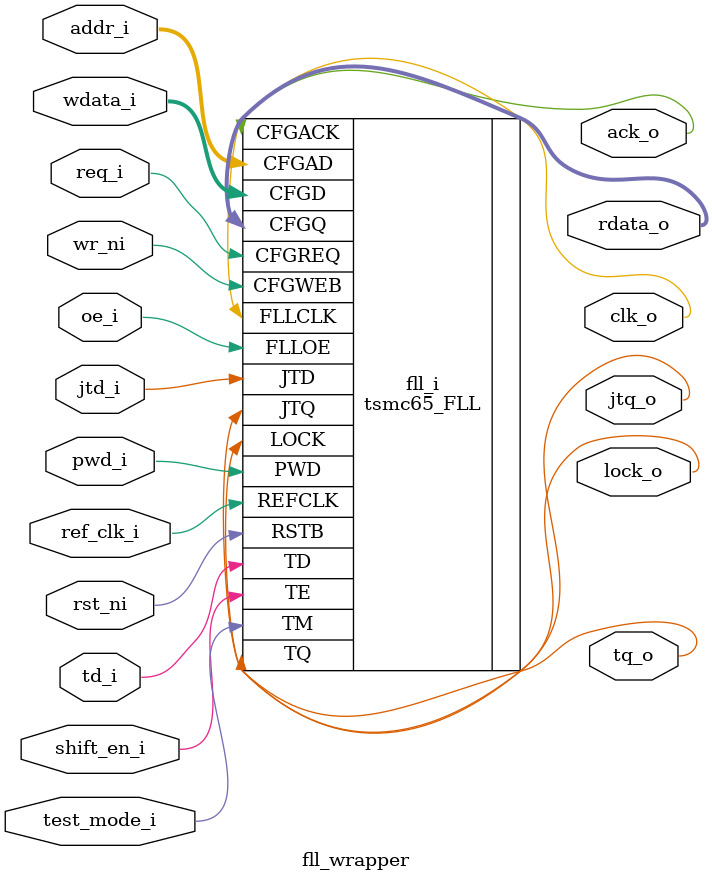
<source format=sv>

module fll_wrapper (
  // Clock signals
  output logic clk_o,      // generated clock
  input  logic oe_i,       // output enable
  input  logic ref_clk_i,  // reference clock
  output logic lock_o,     // FLL locked

  // Configuration
  input  logic        req_i,        // FLL request
  output logic        ack_o,        // FLL acknowledge
  input  logic [ 1:0] addr_i,       // address
  input  logic [31:0] wdata_i,      // write data
  output logic [31:0] rdata_o,      // read data
  input  logic        wr_ni,        // write enable
  input  logic        rst_ni,       // reset
  input  logic        pwd_i,
  input  logic        test_mode_i,
  input  logic        shift_en_i,
  input  logic        td_i,
  output logic        tq_o,
  input  logic        jtd_i,
  output logic        jtq_o
);
  // TSMC 65nm FLL
  tsmc65_FLL fll_i (
    .FLLCLK(clk_o),
    .FLLOE (oe_i),
    .REFCLK(ref_clk_i),
    .LOCK  (lock_o),
    .CFGREQ(req_i),
    .CFGACK(ack_o),
    .CFGAD (addr_i),
    .CFGD  (wdata_i),
    .CFGQ  (rdata_o),
    .CFGWEB(wr_ni),
    .RSTB  (rst_ni),
    .PWD   (pwd_i),
    .TM    (test_mode_i),
    .TE    (shift_en_i),
    .TD    (td_i),
    .TQ    (tq_o),
    .JTD   (jtd_i),
    .JTQ   (jtq_o)
  );
endmodule

</source>
